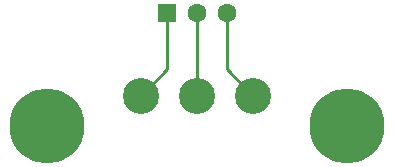
<source format=gtl>
G04 #@! TF.GenerationSoftware,KiCad,Pcbnew,5.0.0-fee4fd1~65~ubuntu17.10.1*
G04 #@! TF.CreationDate,2018-08-22T05:20:38-04:00*
G04 #@! TF.ProjectId,alarm-switch,616C61726D2D7377697463682E6B6963,rev?*
G04 #@! TF.SameCoordinates,Original*
G04 #@! TF.FileFunction,Copper,L1,Top,Signal*
G04 #@! TF.FilePolarity,Positive*
%FSLAX46Y46*%
G04 Gerber Fmt 4.6, Leading zero omitted, Abs format (unit mm)*
G04 Created by KiCad (PCBNEW 5.0.0-fee4fd1~65~ubuntu17.10.1) date Wed Aug 22 05:20:38 2018*
%MOMM*%
%LPD*%
G01*
G04 APERTURE LIST*
G04 #@! TA.AperFunction,ComponentPad*
%ADD10C,6.350000*%
G04 #@! TD*
G04 #@! TA.AperFunction,ViaPad*
%ADD11C,1.016000*%
G04 #@! TD*
G04 #@! TA.AperFunction,ComponentPad*
%ADD12R,1.600000X1.600000*%
G04 #@! TD*
G04 #@! TA.AperFunction,ComponentPad*
%ADD13C,1.600000*%
G04 #@! TD*
G04 #@! TA.AperFunction,ComponentPad*
%ADD14C,3.048000*%
G04 #@! TD*
G04 #@! TA.AperFunction,Conductor*
%ADD15C,0.250000*%
G04 #@! TD*
%ADD16C,0.350000*%
G04 APERTURE END LIST*
D10*
G04 #@! TO.P,H1,P*
G04 #@! TO.N,GND*
X111125000Y-103505000D03*
D11*
G04 #@! TD*
G04 #@! TO.N,GND*
G04 #@! TO.C,H1*
X111125000Y-101219000D03*
G04 #@! TO.N,GND*
G04 #@! TO.C,H1*
X109145266Y-102362000D03*
X109145266Y-104648000D03*
X111125000Y-105791000D03*
X113104734Y-104648000D03*
X113104734Y-102362000D03*
G04 #@! TD*
D10*
G04 #@! TO.P,H2,P*
G04 #@! TO.N,GND*
X136525000Y-103505000D03*
D11*
G04 #@! TD*
G04 #@! TO.N,GND*
G04 #@! TO.C,H2*
X136525000Y-101219000D03*
G04 #@! TO.N,GND*
G04 #@! TO.C,H2*
X134545266Y-102362000D03*
X134545266Y-104648000D03*
X136525000Y-105791000D03*
X138504734Y-104648000D03*
X138504734Y-102362000D03*
G04 #@! TD*
D12*
G04 #@! TO.P,J1,1*
G04 #@! TO.N,Net-(J1-Pad1)*
X121285000Y-93980000D03*
D13*
G04 #@! TO.P,J1,2*
G04 #@! TO.N,Net-(J1-Pad2)*
X123825000Y-93980000D03*
G04 #@! TO.P,J1,3*
G04 #@! TO.N,Net-(J1-Pad3)*
X126365000Y-93980000D03*
G04 #@! TD*
D14*
G04 #@! TO.P,SW1,1*
G04 #@! TO.N,Net-(J1-Pad1)*
X119075200Y-100965000D03*
G04 #@! TO.P,SW1,2*
G04 #@! TO.N,Net-(J1-Pad2)*
X123825000Y-100965000D03*
G04 #@! TO.P,SW1,3*
G04 #@! TO.N,Net-(J1-Pad3)*
X128574800Y-100965000D03*
G04 #@! TD*
D15*
G04 #@! TO.N,Net-(J1-Pad1)*
X121285000Y-93980000D02*
X121285000Y-98755200D01*
X121285000Y-98755200D02*
X119075200Y-100965000D01*
G04 #@! TO.N,Net-(J1-Pad2)*
X123825000Y-93980000D02*
X123825000Y-100965000D01*
G04 #@! TO.N,Net-(J1-Pad3)*
X126365000Y-93980000D02*
X126365000Y-98755200D01*
X126365000Y-98755200D02*
X128574800Y-100965000D01*
G04 #@! TD*
D16*
X111125000Y-103505000D03*
X111125000Y-101219000D03*
X109145266Y-102362000D03*
X109145266Y-104648000D03*
X111125000Y-105791000D03*
X113104734Y-104648000D03*
X113104734Y-102362000D03*
X136525000Y-103505000D03*
X136525000Y-101219000D03*
X134545266Y-102362000D03*
X134545266Y-104648000D03*
X136525000Y-105791000D03*
X138504734Y-104648000D03*
X138504734Y-102362000D03*
X121285000Y-93980000D03*
X123825000Y-93980000D03*
X126365000Y-93980000D03*
X119075200Y-100965000D03*
X123825000Y-100965000D03*
X128574800Y-100965000D03*
M02*

</source>
